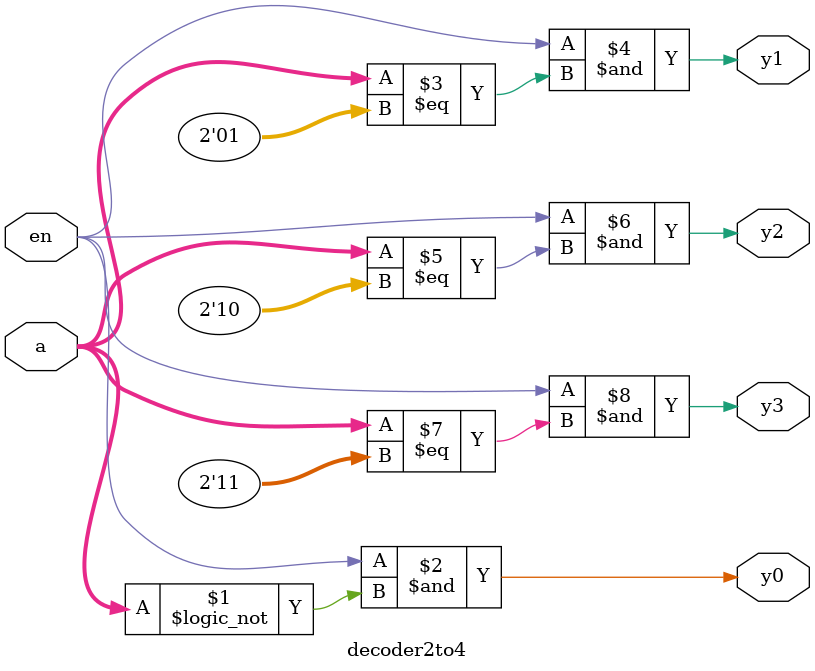
<source format=v>
module decoder2to4(
  input [1:0] a,
  input en,
  output y0,
  output y1,
  output y2,
  output y3
);

  assign y0 = (en & (a == 2'd0));
  assign y1 = (en & (a == 2'd1));
  assign y2 = (en & (a == 2'd2));
  assign y3 = (en & (a == 2'd3));

endmodule
</source>
